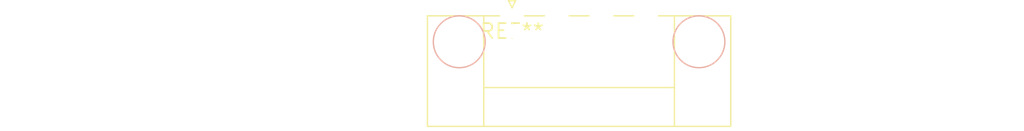
<source format=kicad_pcb>
(kicad_pcb (version 20240108) (generator pcbnew)
  (layers (0 "F.Cu" signal) (31 "B.Cu" signal) (34 "B.Paste" user) (35 "F.Paste" user) (36 "B.SilkS" user "B.Silkscreen") (37 "F.SilkS" user "F.Silkscreen") (38 "B.Mask" user) (39 "F.Mask" user) (44 "Edge.Cuts" user))
  (net 0 "")
  (footprint "PhoenixContact_MC_1,5_4-GF-3.81_1x04_P3.81mm_Horizontal_ThreadedFlange_MountHole" (layer "F.Cu") (at 0 0)
    (property "Reference" "REF**")
    (property "Value" "PhoenixContact_MC_1,5_4-GF-3.81_1x04_P3.81mm_Horizontal_ThreadedFlange_MountHole")
    (fp_circle (center -4.5 0.9) (end -2.29 0.9) (layer "B.SilkS") (stroke (width 0.12)) (fill none))
    (fp_circle (center 15.93 0.9) (end 18.14 0.9) (layer "B.SilkS") (stroke (width 0.12)) (fill none))
    (fp_line (start -7.21 -1.31) (end -7.21 8.11) (layer "F.SilkS") (stroke (width 0.12)))
    (fp_line (start -7.21 -1.31) (end -1.05 -1.31) (layer "F.SilkS") (stroke (width 0.12)))
    (fp_line (start -7.21 8.11) (end 18.64 8.11) (layer "F.SilkS") (stroke (width 0.12)))
    (fp_line (start -2.41 -1.31) (end -2.41 8.11) (layer "F.SilkS") (stroke (width 0.12)))
    (fp_line (start -2.41 4.8) (end 13.84 4.8) (layer "F.SilkS") (stroke (width 0.12)))
    (fp_line (start -0.3 -2.6) (end 0.3 -2.6) (layer "F.SilkS") (stroke (width 0.12)))
    (fp_line (start 0 -2) (end -0.3 -2.6) (layer "F.SilkS") (stroke (width 0.12)))
    (fp_line (start 0.3 -2.6) (end 0 -2) (layer "F.SilkS") (stroke (width 0.12)))
    (fp_line (start 1.05 -1.31) (end 2.76 -1.31) (layer "F.SilkS") (stroke (width 0.12)))
    (fp_line (start 4.86 -1.31) (end 6.57 -1.31) (layer "F.SilkS") (stroke (width 0.12)))
    (fp_line (start 8.67 -1.31) (end 10.38 -1.31) (layer "F.SilkS") (stroke (width 0.12)))
    (fp_line (start 13.84 -1.31) (end 13.84 8.11) (layer "F.SilkS") (stroke (width 0.12)))
    (fp_line (start 18.64 -1.31) (end 12.48 -1.31) (layer "F.SilkS") (stroke (width 0.12)))
    (fp_line (start 18.64 8.11) (end 18.64 -1.31) (layer "F.SilkS") (stroke (width 0.12)))
    (pad "" np_thru_hole circle (at -4.5 0.9) (size 2.4 2.4) (drill 2.4) (layers *.Cu *.Mask))
    (pad "" np_thru_hole circle (at 15.93 0.9) (size 2.4 2.4) (drill 2.4) (layers *.Cu *.Mask))
    (pad "1" thru_hole roundrect (at 0 0) (size 1.8 3.6) (drill 1.2) (layers *.Cu *.Mask) (remove_unused_layers) (roundrect_rratio 0.138889))
    (pad "2" thru_hole oval (at 3.81 0) (size 1.8 3.6) (drill 1.2) (layers *.Cu *.Mask) (remove_unused_layers))
    (pad "3" thru_hole oval (at 7.62 0) (size 1.8 3.6) (drill 1.2) (layers *.Cu *.Mask) (remove_unused_layers))
    (pad "4" thru_hole oval (at 11.43 0) (size 1.8 3.6) (drill 1.2) (layers *.Cu *.Mask) (remove_unused_layers))
  )
)
</source>
